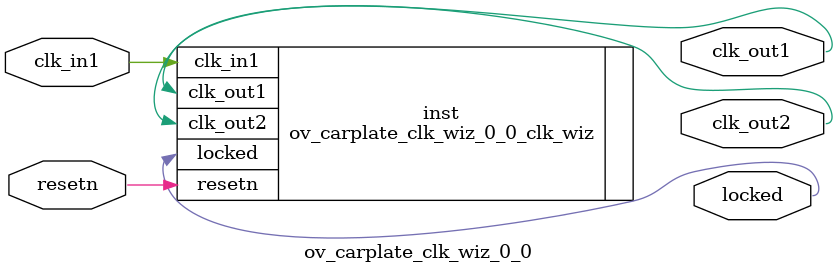
<source format=v>


`timescale 1ps/1ps

(* CORE_GENERATION_INFO = "ov_carplate_clk_wiz_0_0,clk_wiz_v6_0_4_0_0,{component_name=ov_carplate_clk_wiz_0_0,use_phase_alignment=true,use_min_o_jitter=false,use_max_i_jitter=false,use_dyn_phase_shift=false,use_inclk_switchover=false,use_dyn_reconfig=false,enable_axi=0,feedback_source=FDBK_AUTO,PRIMITIVE=MMCM,num_out_clk=2,clkin1_period=10.000,clkin2_period=10.000,use_power_down=false,use_reset=true,use_locked=true,use_inclk_stopped=false,feedback_type=SINGLE,CLOCK_MGR_TYPE=NA,manual_override=false}" *)

module ov_carplate_clk_wiz_0_0 
 (
  // Clock out ports
  output        clk_out1,
  output        clk_out2,
  // Status and control signals
  input         resetn,
  output        locked,
 // Clock in ports
  input         clk_in1
 );

  ov_carplate_clk_wiz_0_0_clk_wiz inst
  (
  // Clock out ports  
  .clk_out1(clk_out1),
  .clk_out2(clk_out2),
  // Status and control signals               
  .resetn(resetn), 
  .locked(locked),
 // Clock in ports
  .clk_in1(clk_in1)
  );

endmodule

</source>
